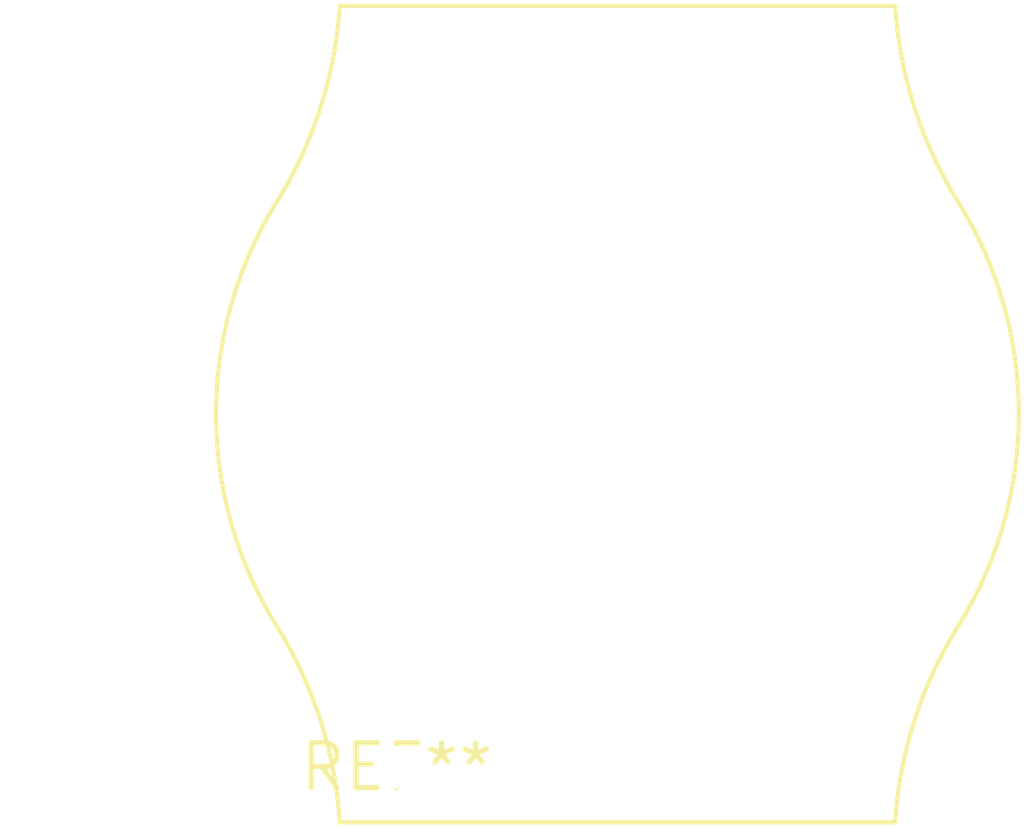
<source format=kicad_pcb>
(kicad_pcb (version 20240108) (generator pcbnew)
  (layers (0 "F.Cu" signal) (31 "B.Cu" signal) (34 "B.Paste" user) (35 "F.Paste" user) (36 "B.SilkS" user "B.Silkscreen") (37 "F.SilkS" user "F.Silkscreen") (38 "B.Mask" user) (39 "F.Mask" user) (44 "Edge.Cuts" user))
  (net 0 "")
  (footprint "Choke_EPCOS_B82722A" (layer "F.Cu") (at 0 0)
    (property "Reference" "REF**")
    (property "Value" "Choke_EPCOS_B82722A")
    (fp_line (start -1.61 -21.56) (end 14.11 -21.56) (layer "F.SilkS") (stroke (width 0.12)))
    (fp_line (start -1.61 1.56) (end 14.11 1.56) (layer "F.SilkS") (stroke (width 0.12)))
    (fp_arc (start -3.392046 -3.993291) (mid -5.11 -10) (end -3.392046 -16.006709) (layer "F.SilkS") (stroke (width 0.12)))
    (fp_arc (start -3.392046 -3.993291) (mid -2.156889 -1.327078) (end -1.61 1.56) (layer "F.SilkS") (stroke (width 0.12)))
    (fp_arc (start -1.61 -21.56) (mid -2.156888 -18.672922) (end -3.392046 -16.006709) (layer "F.SilkS") (stroke (width 0.12)))
    (fp_arc (start 14.109999 1.56) (mid 14.656887 -1.327078) (end 15.892045 -3.993291) (layer "F.SilkS") (stroke (width 0.12)))
    (fp_arc (start 15.892045 -16.006709) (mid 17.609999 -10) (end 15.892045 -3.993291) (layer "F.SilkS") (stroke (width 0.12)))
    (fp_arc (start 15.892046 -16.00671) (mid 14.656889 -18.672923) (end 14.11 -21.56) (layer "F.SilkS") (stroke (width 0.12)))
    (pad "1" thru_hole circle (at 0 0) (size 1.75 1.75) (drill 1.2) (layers *.Cu *.Mask) (remove_unused_layers))
    (pad "2" thru_hole circle (at 0 -20) (size 1.75 1.75) (drill 1.2) (layers *.Cu *.Mask) (remove_unused_layers))
    (pad "3" thru_hole circle (at 12.5 0) (size 1.75 1.75) (drill 1.2) (layers *.Cu *.Mask) (remove_unused_layers))
    (pad "4" thru_hole circle (at 12.5 -20) (size 1.75 1.75) (drill 1.2) (layers *.Cu *.Mask) (remove_unused_layers))
  )
)
</source>
